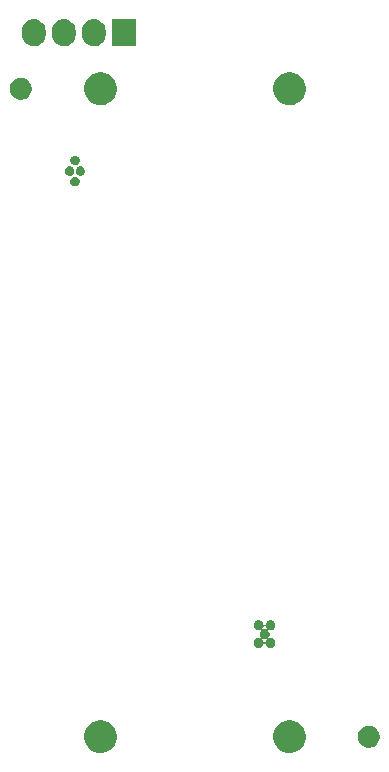
<source format=gbs>
G04 #@! TF.FileFunction,Soldermask,Bot*
%FSLAX46Y46*%
G04 Gerber Fmt 4.6, Leading zero omitted, Abs format (unit mm)*
G04 Created by KiCad (PCBNEW 4.0.5) date 2017 April 23, Sunday 17:14:46*
%MOMM*%
%LPD*%
G01*
G04 APERTURE LIST*
%ADD10C,0.100000*%
G04 APERTURE END LIST*
D10*
G36*
X8144947Y5579082D02*
X8410054Y5524664D01*
X8659536Y5419791D01*
X8883902Y5268455D01*
X9074600Y5076420D01*
X9224366Y4851006D01*
X9327495Y4600796D01*
X9379993Y4335660D01*
X9379993Y4335650D01*
X9380059Y4335316D01*
X9375743Y4026203D01*
X9375666Y4025865D01*
X9375666Y4025857D01*
X9315788Y3762298D01*
X9205711Y3515062D01*
X9049711Y3293917D01*
X8853722Y3107279D01*
X8625224Y2962270D01*
X8372905Y2864401D01*
X8106387Y2817408D01*
X7835814Y2823075D01*
X7571489Y2881191D01*
X7323495Y2989537D01*
X7101266Y3143990D01*
X6913267Y3338669D01*
X6766666Y3566149D01*
X6667039Y3817777D01*
X6618183Y4083969D01*
X6621963Y4354573D01*
X6678229Y4619288D01*
X6784844Y4868038D01*
X6937742Y5091340D01*
X7131103Y5280694D01*
X7357557Y5428881D01*
X7608483Y5530261D01*
X7874318Y5580972D01*
X8144947Y5579082D01*
X8144947Y5579082D01*
G37*
G36*
X24144947Y5579082D02*
X24410054Y5524664D01*
X24659536Y5419791D01*
X24883902Y5268455D01*
X25074600Y5076420D01*
X25224366Y4851006D01*
X25327495Y4600796D01*
X25379993Y4335660D01*
X25379993Y4335650D01*
X25380059Y4335316D01*
X25375743Y4026203D01*
X25375666Y4025865D01*
X25375666Y4025857D01*
X25315788Y3762298D01*
X25205711Y3515062D01*
X25049711Y3293917D01*
X24853722Y3107279D01*
X24625224Y2962270D01*
X24372905Y2864401D01*
X24106387Y2817408D01*
X23835814Y2823075D01*
X23571489Y2881191D01*
X23323495Y2989537D01*
X23101266Y3143990D01*
X22913267Y3338669D01*
X22766666Y3566149D01*
X22667039Y3817777D01*
X22618183Y4083969D01*
X22621963Y4354573D01*
X22678229Y4619288D01*
X22784844Y4868038D01*
X22937742Y5091340D01*
X23131103Y5280694D01*
X23357557Y5428881D01*
X23608483Y5530261D01*
X23874318Y5580972D01*
X24144947Y5579082D01*
X24144947Y5579082D01*
G37*
G36*
X30827682Y5129382D02*
X31006341Y5092709D01*
X31174470Y5022034D01*
X31325673Y4920047D01*
X31454188Y4790631D01*
X31555118Y4638721D01*
X31624617Y4470103D01*
X31659974Y4291535D01*
X31659974Y4291525D01*
X31660040Y4291191D01*
X31657131Y4082876D01*
X31657055Y4082542D01*
X31657055Y4082530D01*
X31616728Y3905027D01*
X31542544Y3738409D01*
X31437417Y3589380D01*
X31305334Y3463600D01*
X31151347Y3365877D01*
X30981306Y3299921D01*
X30801696Y3268252D01*
X30619354Y3272071D01*
X30441219Y3311237D01*
X30274094Y3384252D01*
X30124331Y3488340D01*
X29997637Y3619536D01*
X29898838Y3772840D01*
X29831699Y3942414D01*
X29798775Y4121806D01*
X29801322Y4304169D01*
X29839240Y4482563D01*
X29911090Y4650200D01*
X30014130Y4800686D01*
X30144439Y4928295D01*
X30297049Y5028160D01*
X30466152Y5096482D01*
X30645300Y5130656D01*
X30827682Y5129382D01*
X30827682Y5129382D01*
G37*
G36*
X22444335Y14071820D02*
X22525424Y14055175D01*
X22601732Y14023098D01*
X22670359Y13976809D01*
X22728689Y13918070D01*
X22774498Y13849123D01*
X22806041Y13772593D01*
X22822052Y13691733D01*
X22822052Y13691723D01*
X22822118Y13691389D01*
X22820798Y13596841D01*
X22820721Y13596502D01*
X22820721Y13596499D01*
X22802460Y13516116D01*
X22768791Y13440499D01*
X22721073Y13372854D01*
X22661132Y13315772D01*
X22591234Y13271414D01*
X22514060Y13241479D01*
X22432542Y13227106D01*
X22349782Y13228839D01*
X22281561Y13243839D01*
X22267531Y13244896D01*
X22253762Y13242004D01*
X22241344Y13235390D01*
X22231260Y13225578D01*
X22224309Y13213345D01*
X22221041Y13199661D01*
X22221715Y13185607D01*
X22229178Y13167336D01*
X22274496Y13099125D01*
X22306041Y13022593D01*
X22322052Y12941733D01*
X22322052Y12941723D01*
X22322118Y12941389D01*
X22320798Y12846841D01*
X22320721Y12846502D01*
X22320721Y12846499D01*
X22302460Y12766116D01*
X22268792Y12690499D01*
X22229439Y12634713D01*
X22223027Y12622189D01*
X22220358Y12608375D01*
X22221643Y12594364D01*
X22226780Y12581266D01*
X22235364Y12570118D01*
X22246713Y12561802D01*
X22259929Y12556977D01*
X22279665Y12556777D01*
X22361555Y12572399D01*
X22444335Y12571820D01*
X22525424Y12555175D01*
X22601732Y12523098D01*
X22670359Y12476809D01*
X22728689Y12418070D01*
X22774498Y12349123D01*
X22806041Y12272593D01*
X22822052Y12191733D01*
X22822052Y12191723D01*
X22822118Y12191389D01*
X22820798Y12096841D01*
X22820721Y12096502D01*
X22820721Y12096499D01*
X22802460Y12016116D01*
X22768791Y11940499D01*
X22721073Y11872854D01*
X22661132Y11815772D01*
X22591234Y11771414D01*
X22514060Y11741479D01*
X22432542Y11727106D01*
X22349782Y11728839D01*
X22268930Y11746616D01*
X22193077Y11779756D01*
X22125103Y11826998D01*
X22067599Y11886545D01*
X22022760Y11956122D01*
X21992287Y12033088D01*
X21977343Y12114512D01*
X21978499Y12197280D01*
X21995709Y12278246D01*
X22028320Y12354333D01*
X22070086Y12415332D01*
X22076322Y12427944D01*
X22078798Y12441794D01*
X22077317Y12455785D01*
X22071997Y12468810D01*
X22063259Y12479838D01*
X22051795Y12487994D01*
X22038512Y12492634D01*
X22024463Y12493389D01*
X22018930Y12492100D01*
X22018889Y12492331D01*
X21932542Y12477106D01*
X21849782Y12478839D01*
X21781561Y12493839D01*
X21767531Y12494896D01*
X21753762Y12492004D01*
X21741344Y12485390D01*
X21731260Y12475578D01*
X21724309Y12463345D01*
X21721041Y12449661D01*
X21721715Y12435607D01*
X21729178Y12417336D01*
X21774496Y12349125D01*
X21806041Y12272593D01*
X21822052Y12191733D01*
X21822052Y12191723D01*
X21822118Y12191389D01*
X21820798Y12096841D01*
X21820721Y12096502D01*
X21820721Y12096499D01*
X21802460Y12016116D01*
X21768791Y11940499D01*
X21721073Y11872854D01*
X21661132Y11815772D01*
X21591234Y11771414D01*
X21514060Y11741479D01*
X21432542Y11727106D01*
X21349782Y11728839D01*
X21268930Y11746616D01*
X21193077Y11779756D01*
X21125103Y11826998D01*
X21067599Y11886545D01*
X21022760Y11956122D01*
X20992287Y12033088D01*
X20977343Y12114512D01*
X20978499Y12197280D01*
X20995709Y12278246D01*
X21028320Y12354333D01*
X21075087Y12422634D01*
X21134231Y12480553D01*
X21203496Y12525879D01*
X21280247Y12556888D01*
X21361555Y12572399D01*
X21444335Y12571820D01*
X21517947Y12556710D01*
X21531990Y12555848D01*
X21545718Y12558933D01*
X21558042Y12565720D01*
X21567988Y12575672D01*
X21574767Y12588000D01*
X21577844Y12601729D01*
X21576974Y12615772D01*
X21570029Y12632774D01*
X21522760Y12706122D01*
X21492287Y12783088D01*
X21477343Y12864512D01*
X21478499Y12947280D01*
X21495709Y13028246D01*
X21528320Y13104333D01*
X21570086Y13165332D01*
X21576322Y13177944D01*
X21578798Y13191794D01*
X21577317Y13205785D01*
X21571997Y13218810D01*
X21563259Y13229838D01*
X21551795Y13237994D01*
X21538512Y13242634D01*
X21524463Y13243389D01*
X21518930Y13242100D01*
X21518889Y13242331D01*
X21432542Y13227106D01*
X21349782Y13228839D01*
X21268930Y13246616D01*
X21193077Y13279756D01*
X21125103Y13326998D01*
X21067599Y13386545D01*
X21022760Y13456122D01*
X20992287Y13533088D01*
X20977343Y13614512D01*
X20978499Y13697280D01*
X20995709Y13778246D01*
X21028320Y13854333D01*
X21075087Y13922634D01*
X21134231Y13980553D01*
X21203496Y14025879D01*
X21280247Y14056888D01*
X21361555Y14072399D01*
X21444335Y14071820D01*
X21525424Y14055175D01*
X21601732Y14023098D01*
X21670359Y13976809D01*
X21728689Y13918070D01*
X21774498Y13849123D01*
X21806041Y13772593D01*
X21822052Y13691733D01*
X21822052Y13691723D01*
X21822118Y13691389D01*
X21820798Y13596841D01*
X21820721Y13596502D01*
X21820721Y13596499D01*
X21802460Y13516116D01*
X21768792Y13440499D01*
X21729439Y13384713D01*
X21723027Y13372189D01*
X21720358Y13358375D01*
X21721643Y13344364D01*
X21726780Y13331266D01*
X21735364Y13320118D01*
X21746713Y13311802D01*
X21759929Y13306977D01*
X21779665Y13306777D01*
X21861555Y13322399D01*
X21944335Y13321820D01*
X22017947Y13306710D01*
X22031990Y13305848D01*
X22045718Y13308933D01*
X22058042Y13315720D01*
X22067988Y13325672D01*
X22074767Y13338000D01*
X22077844Y13351729D01*
X22076974Y13365772D01*
X22070029Y13382774D01*
X22022760Y13456122D01*
X21992287Y13533088D01*
X21977343Y13614512D01*
X21978499Y13697280D01*
X21995709Y13778246D01*
X22028320Y13854333D01*
X22075087Y13922634D01*
X22134231Y13980553D01*
X22203496Y14025879D01*
X22280247Y14056888D01*
X22361555Y14072399D01*
X22444335Y14071820D01*
X22444335Y14071820D01*
G37*
G36*
X5892013Y51599733D02*
X5968857Y51583959D01*
X6041169Y51553562D01*
X6106206Y51509694D01*
X6161478Y51454035D01*
X6204891Y51388694D01*
X6234782Y51316173D01*
X6249951Y51239565D01*
X6249951Y51239554D01*
X6250017Y51239220D01*
X6248766Y51149622D01*
X6248689Y51149283D01*
X6248689Y51149280D01*
X6231388Y51073124D01*
X6199483Y51001465D01*
X6154266Y50937365D01*
X6097454Y50883265D01*
X6031225Y50841235D01*
X5958088Y50812866D01*
X5880839Y50799246D01*
X5802411Y50800888D01*
X5725793Y50817734D01*
X5653914Y50849137D01*
X5589494Y50893910D01*
X5535004Y50950336D01*
X5492510Y51016273D01*
X5463634Y51089207D01*
X5449472Y51166368D01*
X5450568Y51244803D01*
X5466876Y51321530D01*
X5497780Y51393633D01*
X5542098Y51458358D01*
X5598146Y51513245D01*
X5663784Y51556197D01*
X5736517Y51585583D01*
X5813568Y51600281D01*
X5892013Y51599733D01*
X5892013Y51599733D01*
G37*
G36*
X6342013Y52499733D02*
X6418857Y52483959D01*
X6491169Y52453562D01*
X6556206Y52409694D01*
X6611478Y52354035D01*
X6654891Y52288694D01*
X6684782Y52216173D01*
X6699951Y52139565D01*
X6699951Y52139554D01*
X6700017Y52139220D01*
X6698766Y52049622D01*
X6698689Y52049283D01*
X6698689Y52049280D01*
X6681388Y51973124D01*
X6649483Y51901465D01*
X6604266Y51837365D01*
X6547454Y51783265D01*
X6481225Y51741235D01*
X6408088Y51712866D01*
X6330839Y51699246D01*
X6252411Y51700888D01*
X6175793Y51717734D01*
X6103914Y51749137D01*
X6039494Y51793910D01*
X5985004Y51850336D01*
X5942510Y51916273D01*
X5913634Y51989207D01*
X5899472Y52066368D01*
X5900568Y52144803D01*
X5916876Y52221530D01*
X5947780Y52293633D01*
X5992098Y52358358D01*
X6048146Y52413245D01*
X6113784Y52456197D01*
X6186517Y52485583D01*
X6263568Y52500281D01*
X6342013Y52499733D01*
X6342013Y52499733D01*
G37*
G36*
X5442013Y52499733D02*
X5518857Y52483959D01*
X5591169Y52453562D01*
X5656206Y52409694D01*
X5711478Y52354035D01*
X5754891Y52288694D01*
X5784782Y52216173D01*
X5799951Y52139565D01*
X5799951Y52139554D01*
X5800017Y52139220D01*
X5798766Y52049622D01*
X5798689Y52049283D01*
X5798689Y52049280D01*
X5781388Y51973124D01*
X5749483Y51901465D01*
X5704266Y51837365D01*
X5647454Y51783265D01*
X5581225Y51741235D01*
X5508088Y51712866D01*
X5430839Y51699246D01*
X5352411Y51700888D01*
X5275793Y51717734D01*
X5203914Y51749137D01*
X5139494Y51793910D01*
X5085004Y51850336D01*
X5042510Y51916273D01*
X5013634Y51989207D01*
X4999472Y52066368D01*
X5000568Y52144803D01*
X5016876Y52221530D01*
X5047780Y52293633D01*
X5092098Y52358358D01*
X5148146Y52413245D01*
X5213784Y52456197D01*
X5286517Y52485583D01*
X5363568Y52500281D01*
X5442013Y52499733D01*
X5442013Y52499733D01*
G37*
G36*
X5892013Y53399733D02*
X5968857Y53383959D01*
X6041169Y53353562D01*
X6106206Y53309694D01*
X6161478Y53254035D01*
X6204891Y53188694D01*
X6234782Y53116173D01*
X6249951Y53039565D01*
X6249951Y53039554D01*
X6250017Y53039220D01*
X6248766Y52949622D01*
X6248689Y52949283D01*
X6248689Y52949280D01*
X6231388Y52873124D01*
X6199483Y52801465D01*
X6154266Y52737365D01*
X6097454Y52683265D01*
X6031225Y52641235D01*
X5958088Y52612866D01*
X5880839Y52599246D01*
X5802411Y52600888D01*
X5725793Y52617734D01*
X5653914Y52649137D01*
X5589494Y52693910D01*
X5535004Y52750336D01*
X5492510Y52816273D01*
X5463634Y52889207D01*
X5449472Y52966368D01*
X5450568Y53044803D01*
X5466876Y53121530D01*
X5497780Y53193633D01*
X5542098Y53258358D01*
X5598146Y53313245D01*
X5663784Y53356197D01*
X5736517Y53385583D01*
X5813568Y53400281D01*
X5892013Y53399733D01*
X5892013Y53399733D01*
G37*
G36*
X24144947Y60439082D02*
X24410054Y60384664D01*
X24659536Y60279791D01*
X24883902Y60128455D01*
X25074600Y59936420D01*
X25224366Y59711006D01*
X25327495Y59460796D01*
X25379993Y59195660D01*
X25379993Y59195650D01*
X25380059Y59195316D01*
X25375743Y58886203D01*
X25375666Y58885865D01*
X25375666Y58885857D01*
X25315788Y58622298D01*
X25205711Y58375062D01*
X25049711Y58153917D01*
X24853722Y57967279D01*
X24625224Y57822270D01*
X24372905Y57724401D01*
X24106387Y57677408D01*
X23835814Y57683075D01*
X23571489Y57741191D01*
X23323495Y57849537D01*
X23101266Y58003990D01*
X22913267Y58198669D01*
X22766666Y58426149D01*
X22667039Y58677777D01*
X22618183Y58943969D01*
X22621963Y59214573D01*
X22678229Y59479288D01*
X22784844Y59728038D01*
X22937742Y59951340D01*
X23131103Y60140694D01*
X23357557Y60288881D01*
X23608483Y60390261D01*
X23874318Y60440972D01*
X24144947Y60439082D01*
X24144947Y60439082D01*
G37*
G36*
X8144947Y60439082D02*
X8410054Y60384664D01*
X8659536Y60279791D01*
X8883902Y60128455D01*
X9074600Y59936420D01*
X9224366Y59711006D01*
X9327495Y59460796D01*
X9379993Y59195660D01*
X9379993Y59195650D01*
X9380059Y59195316D01*
X9375743Y58886203D01*
X9375666Y58885865D01*
X9375666Y58885857D01*
X9315788Y58622298D01*
X9205711Y58375062D01*
X9049711Y58153917D01*
X8853722Y57967279D01*
X8625224Y57822270D01*
X8372905Y57724401D01*
X8106387Y57677408D01*
X7835814Y57683075D01*
X7571489Y57741191D01*
X7323495Y57849537D01*
X7101266Y58003990D01*
X6913267Y58198669D01*
X6766666Y58426149D01*
X6667039Y58677777D01*
X6618183Y58943969D01*
X6621963Y59214573D01*
X6678229Y59479288D01*
X6784844Y59728038D01*
X6937742Y59951340D01*
X7131103Y60140694D01*
X7357557Y60288881D01*
X7608483Y60390261D01*
X7874318Y60440972D01*
X8144947Y60439082D01*
X8144947Y60439082D01*
G37*
G36*
X1367682Y59989382D02*
X1546341Y59952709D01*
X1714470Y59882034D01*
X1865673Y59780047D01*
X1994188Y59650631D01*
X2095118Y59498721D01*
X2164617Y59330103D01*
X2199974Y59151535D01*
X2199974Y59151525D01*
X2200040Y59151191D01*
X2197131Y58942876D01*
X2197055Y58942542D01*
X2197055Y58942530D01*
X2156728Y58765027D01*
X2082544Y58598409D01*
X1977417Y58449380D01*
X1845334Y58323600D01*
X1691347Y58225877D01*
X1521306Y58159921D01*
X1341696Y58128252D01*
X1159354Y58132071D01*
X981219Y58171237D01*
X814094Y58244252D01*
X664331Y58348340D01*
X537637Y58479536D01*
X438838Y58632840D01*
X371699Y58802414D01*
X338775Y58981806D01*
X341322Y59164169D01*
X379240Y59342563D01*
X451090Y59510200D01*
X554130Y59660686D01*
X684439Y59788295D01*
X837049Y59888160D01*
X1006152Y59956482D01*
X1185300Y59990656D01*
X1367682Y59989382D01*
X1367682Y59989382D01*
G37*
G36*
X7649742Y64931259D02*
X7649755Y64931255D01*
X7649792Y64931251D01*
X7835036Y64873908D01*
X8005615Y64781677D01*
X8155030Y64658070D01*
X8277592Y64507795D01*
X8368630Y64336577D01*
X8424678Y64150936D01*
X8443601Y63957945D01*
X8443601Y63642055D01*
X8443504Y63628182D01*
X8421888Y63435474D01*
X8363254Y63250634D01*
X8269834Y63080704D01*
X8145186Y62932155D01*
X7994060Y62810646D01*
X7822210Y62720805D01*
X7636183Y62666054D01*
X7636149Y62666051D01*
X7636136Y62666047D01*
X7443066Y62648476D01*
X7250260Y62668741D01*
X7250247Y62668745D01*
X7250210Y62668749D01*
X7064966Y62726092D01*
X6894387Y62818323D01*
X6744972Y62941930D01*
X6622410Y63092205D01*
X6531372Y63263423D01*
X6475324Y63449064D01*
X6456401Y63642055D01*
X6456401Y63957945D01*
X6456498Y63971818D01*
X6478114Y64164526D01*
X6536748Y64349366D01*
X6630168Y64519296D01*
X6754816Y64667845D01*
X6905942Y64789354D01*
X7077792Y64879195D01*
X7263819Y64933946D01*
X7263853Y64933949D01*
X7263866Y64933953D01*
X7456936Y64951524D01*
X7649742Y64931259D01*
X7649742Y64931259D01*
G37*
G36*
X5109742Y64931259D02*
X5109755Y64931255D01*
X5109792Y64931251D01*
X5295036Y64873908D01*
X5465615Y64781677D01*
X5615030Y64658070D01*
X5737592Y64507795D01*
X5828630Y64336577D01*
X5884678Y64150936D01*
X5903601Y63957945D01*
X5903601Y63642055D01*
X5903504Y63628182D01*
X5881888Y63435474D01*
X5823254Y63250634D01*
X5729834Y63080704D01*
X5605186Y62932155D01*
X5454060Y62810646D01*
X5282210Y62720805D01*
X5096183Y62666054D01*
X5096149Y62666051D01*
X5096136Y62666047D01*
X4903066Y62648476D01*
X4710260Y62668741D01*
X4710247Y62668745D01*
X4710210Y62668749D01*
X4524966Y62726092D01*
X4354387Y62818323D01*
X4204972Y62941930D01*
X4082410Y63092205D01*
X3991372Y63263423D01*
X3935324Y63449064D01*
X3916401Y63642055D01*
X3916401Y63957945D01*
X3916498Y63971818D01*
X3938114Y64164526D01*
X3996748Y64349366D01*
X4090168Y64519296D01*
X4214816Y64667845D01*
X4365942Y64789354D01*
X4537792Y64879195D01*
X4723819Y64933946D01*
X4723853Y64933949D01*
X4723866Y64933953D01*
X4916936Y64951524D01*
X5109742Y64931259D01*
X5109742Y64931259D01*
G37*
G36*
X2569742Y64931259D02*
X2569755Y64931255D01*
X2569792Y64931251D01*
X2755036Y64873908D01*
X2925615Y64781677D01*
X3075030Y64658070D01*
X3197592Y64507795D01*
X3288630Y64336577D01*
X3344678Y64150936D01*
X3363601Y63957945D01*
X3363601Y63642055D01*
X3363504Y63628182D01*
X3341888Y63435474D01*
X3283254Y63250634D01*
X3189834Y63080704D01*
X3065186Y62932155D01*
X2914060Y62810646D01*
X2742210Y62720805D01*
X2556183Y62666054D01*
X2556149Y62666051D01*
X2556136Y62666047D01*
X2363066Y62648476D01*
X2170260Y62668741D01*
X2170247Y62668745D01*
X2170210Y62668749D01*
X1984966Y62726092D01*
X1814387Y62818323D01*
X1664972Y62941930D01*
X1542410Y63092205D01*
X1451372Y63263423D01*
X1395324Y63449064D01*
X1376401Y63642055D01*
X1376401Y63957945D01*
X1376498Y63971818D01*
X1398114Y64164526D01*
X1456748Y64349366D01*
X1550168Y64519296D01*
X1674816Y64667845D01*
X1825942Y64789354D01*
X1997792Y64879195D01*
X2183819Y64933946D01*
X2183853Y64933949D01*
X2183866Y64933953D01*
X2376936Y64951524D01*
X2569742Y64931259D01*
X2569742Y64931259D01*
G37*
G36*
X10983601Y62654000D02*
X8996401Y62654000D01*
X8996401Y64946000D01*
X10983601Y64946000D01*
X10983601Y62654000D01*
X10983601Y62654000D01*
G37*
M02*

</source>
